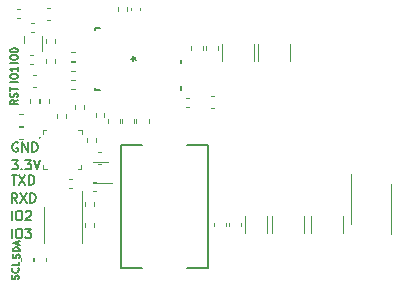
<source format=gbr>
%TF.GenerationSoftware,KiCad,Pcbnew,7.0.9*%
%TF.CreationDate,2024-04-04T22:54:04+08:00*%
%TF.ProjectId,power_module_v0.1,706f7765-725f-46d6-9f64-756c655f7630,rev?*%
%TF.SameCoordinates,Original*%
%TF.FileFunction,Legend,Top*%
%TF.FilePolarity,Positive*%
%FSLAX46Y46*%
G04 Gerber Fmt 4.6, Leading zero omitted, Abs format (unit mm)*
G04 Created by KiCad (PCBNEW 7.0.9) date 2024-04-04 22:54:04*
%MOMM*%
%LPD*%
G01*
G04 APERTURE LIST*
%ADD10C,0.200000*%
%ADD11C,0.150000*%
%ADD12C,0.120000*%
%ADD13C,0.152400*%
%ADD14C,0.100000*%
G04 APERTURE END LIST*
D10*
X117322054Y-108891695D02*
X117322054Y-108091695D01*
X117855387Y-108091695D02*
X118007768Y-108091695D01*
X118007768Y-108091695D02*
X118083958Y-108129790D01*
X118083958Y-108129790D02*
X118160149Y-108205980D01*
X118160149Y-108205980D02*
X118198244Y-108358361D01*
X118198244Y-108358361D02*
X118198244Y-108625028D01*
X118198244Y-108625028D02*
X118160149Y-108777409D01*
X118160149Y-108777409D02*
X118083958Y-108853600D01*
X118083958Y-108853600D02*
X118007768Y-108891695D01*
X118007768Y-108891695D02*
X117855387Y-108891695D01*
X117855387Y-108891695D02*
X117779196Y-108853600D01*
X117779196Y-108853600D02*
X117703006Y-108777409D01*
X117703006Y-108777409D02*
X117664910Y-108625028D01*
X117664910Y-108625028D02*
X117664910Y-108358361D01*
X117664910Y-108358361D02*
X117703006Y-108205980D01*
X117703006Y-108205980D02*
X117779196Y-108129790D01*
X117779196Y-108129790D02*
X117855387Y-108091695D01*
X118503005Y-108167885D02*
X118541101Y-108129790D01*
X118541101Y-108129790D02*
X118617291Y-108091695D01*
X118617291Y-108091695D02*
X118807767Y-108091695D01*
X118807767Y-108091695D02*
X118883958Y-108129790D01*
X118883958Y-108129790D02*
X118922053Y-108167885D01*
X118922053Y-108167885D02*
X118960148Y-108244076D01*
X118960148Y-108244076D02*
X118960148Y-108320266D01*
X118960148Y-108320266D02*
X118922053Y-108434552D01*
X118922053Y-108434552D02*
X118464910Y-108891695D01*
X118464910Y-108891695D02*
X118960148Y-108891695D01*
D11*
X117890200Y-113887030D02*
X117918771Y-113801316D01*
X117918771Y-113801316D02*
X117918771Y-113658458D01*
X117918771Y-113658458D02*
X117890200Y-113601316D01*
X117890200Y-113601316D02*
X117861628Y-113572744D01*
X117861628Y-113572744D02*
X117804485Y-113544173D01*
X117804485Y-113544173D02*
X117747342Y-113544173D01*
X117747342Y-113544173D02*
X117690200Y-113572744D01*
X117690200Y-113572744D02*
X117661628Y-113601316D01*
X117661628Y-113601316D02*
X117633057Y-113658458D01*
X117633057Y-113658458D02*
X117604485Y-113772744D01*
X117604485Y-113772744D02*
X117575914Y-113829887D01*
X117575914Y-113829887D02*
X117547342Y-113858458D01*
X117547342Y-113858458D02*
X117490200Y-113887030D01*
X117490200Y-113887030D02*
X117433057Y-113887030D01*
X117433057Y-113887030D02*
X117375914Y-113858458D01*
X117375914Y-113858458D02*
X117347342Y-113829887D01*
X117347342Y-113829887D02*
X117318771Y-113772744D01*
X117318771Y-113772744D02*
X117318771Y-113629887D01*
X117318771Y-113629887D02*
X117347342Y-113544173D01*
X117861628Y-112944172D02*
X117890200Y-112972744D01*
X117890200Y-112972744D02*
X117918771Y-113058458D01*
X117918771Y-113058458D02*
X117918771Y-113115601D01*
X117918771Y-113115601D02*
X117890200Y-113201315D01*
X117890200Y-113201315D02*
X117833057Y-113258458D01*
X117833057Y-113258458D02*
X117775914Y-113287029D01*
X117775914Y-113287029D02*
X117661628Y-113315601D01*
X117661628Y-113315601D02*
X117575914Y-113315601D01*
X117575914Y-113315601D02*
X117461628Y-113287029D01*
X117461628Y-113287029D02*
X117404485Y-113258458D01*
X117404485Y-113258458D02*
X117347342Y-113201315D01*
X117347342Y-113201315D02*
X117318771Y-113115601D01*
X117318771Y-113115601D02*
X117318771Y-113058458D01*
X117318771Y-113058458D02*
X117347342Y-112972744D01*
X117347342Y-112972744D02*
X117375914Y-112944172D01*
X117918771Y-112401315D02*
X117918771Y-112687029D01*
X117918771Y-112687029D02*
X117318771Y-112687029D01*
D10*
X117322054Y-110391695D02*
X117322054Y-109591695D01*
X117855387Y-109591695D02*
X118007768Y-109591695D01*
X118007768Y-109591695D02*
X118083958Y-109629790D01*
X118083958Y-109629790D02*
X118160149Y-109705980D01*
X118160149Y-109705980D02*
X118198244Y-109858361D01*
X118198244Y-109858361D02*
X118198244Y-110125028D01*
X118198244Y-110125028D02*
X118160149Y-110277409D01*
X118160149Y-110277409D02*
X118083958Y-110353600D01*
X118083958Y-110353600D02*
X118007768Y-110391695D01*
X118007768Y-110391695D02*
X117855387Y-110391695D01*
X117855387Y-110391695D02*
X117779196Y-110353600D01*
X117779196Y-110353600D02*
X117703006Y-110277409D01*
X117703006Y-110277409D02*
X117664910Y-110125028D01*
X117664910Y-110125028D02*
X117664910Y-109858361D01*
X117664910Y-109858361D02*
X117703006Y-109705980D01*
X117703006Y-109705980D02*
X117779196Y-109629790D01*
X117779196Y-109629790D02*
X117855387Y-109591695D01*
X118464910Y-109591695D02*
X118960148Y-109591695D01*
X118960148Y-109591695D02*
X118693482Y-109896457D01*
X118693482Y-109896457D02*
X118807767Y-109896457D01*
X118807767Y-109896457D02*
X118883958Y-109934552D01*
X118883958Y-109934552D02*
X118922053Y-109972647D01*
X118922053Y-109972647D02*
X118960148Y-110048838D01*
X118960148Y-110048838D02*
X118960148Y-110239314D01*
X118960148Y-110239314D02*
X118922053Y-110315504D01*
X118922053Y-110315504D02*
X118883958Y-110353600D01*
X118883958Y-110353600D02*
X118807767Y-110391695D01*
X118807767Y-110391695D02*
X118579196Y-110391695D01*
X118579196Y-110391695D02*
X118503005Y-110353600D01*
X118503005Y-110353600D02*
X118464910Y-110315504D01*
D11*
X117980200Y-112127610D02*
X118008771Y-112041896D01*
X118008771Y-112041896D02*
X118008771Y-111899038D01*
X118008771Y-111899038D02*
X117980200Y-111841896D01*
X117980200Y-111841896D02*
X117951628Y-111813324D01*
X117951628Y-111813324D02*
X117894485Y-111784753D01*
X117894485Y-111784753D02*
X117837342Y-111784753D01*
X117837342Y-111784753D02*
X117780200Y-111813324D01*
X117780200Y-111813324D02*
X117751628Y-111841896D01*
X117751628Y-111841896D02*
X117723057Y-111899038D01*
X117723057Y-111899038D02*
X117694485Y-112013324D01*
X117694485Y-112013324D02*
X117665914Y-112070467D01*
X117665914Y-112070467D02*
X117637342Y-112099038D01*
X117637342Y-112099038D02*
X117580200Y-112127610D01*
X117580200Y-112127610D02*
X117523057Y-112127610D01*
X117523057Y-112127610D02*
X117465914Y-112099038D01*
X117465914Y-112099038D02*
X117437342Y-112070467D01*
X117437342Y-112070467D02*
X117408771Y-112013324D01*
X117408771Y-112013324D02*
X117408771Y-111870467D01*
X117408771Y-111870467D02*
X117437342Y-111784753D01*
X118008771Y-111527609D02*
X117408771Y-111527609D01*
X117408771Y-111527609D02*
X117408771Y-111384752D01*
X117408771Y-111384752D02*
X117437342Y-111299038D01*
X117437342Y-111299038D02*
X117494485Y-111241895D01*
X117494485Y-111241895D02*
X117551628Y-111213324D01*
X117551628Y-111213324D02*
X117665914Y-111184752D01*
X117665914Y-111184752D02*
X117751628Y-111184752D01*
X117751628Y-111184752D02*
X117865914Y-111213324D01*
X117865914Y-111213324D02*
X117923057Y-111241895D01*
X117923057Y-111241895D02*
X117980200Y-111299038D01*
X117980200Y-111299038D02*
X118008771Y-111384752D01*
X118008771Y-111384752D02*
X118008771Y-111527609D01*
X117837342Y-110956181D02*
X117837342Y-110670467D01*
X118008771Y-111013324D02*
X117408771Y-110813324D01*
X117408771Y-110813324D02*
X118008771Y-110613324D01*
X117818771Y-97158458D02*
X117218771Y-97158458D01*
X117218771Y-96758459D02*
X117218771Y-96644173D01*
X117218771Y-96644173D02*
X117247342Y-96587030D01*
X117247342Y-96587030D02*
X117304485Y-96529887D01*
X117304485Y-96529887D02*
X117418771Y-96501316D01*
X117418771Y-96501316D02*
X117618771Y-96501316D01*
X117618771Y-96501316D02*
X117733057Y-96529887D01*
X117733057Y-96529887D02*
X117790200Y-96587030D01*
X117790200Y-96587030D02*
X117818771Y-96644173D01*
X117818771Y-96644173D02*
X117818771Y-96758459D01*
X117818771Y-96758459D02*
X117790200Y-96815602D01*
X117790200Y-96815602D02*
X117733057Y-96872744D01*
X117733057Y-96872744D02*
X117618771Y-96901316D01*
X117618771Y-96901316D02*
X117418771Y-96901316D01*
X117418771Y-96901316D02*
X117304485Y-96872744D01*
X117304485Y-96872744D02*
X117247342Y-96815602D01*
X117247342Y-96815602D02*
X117218771Y-96758459D01*
X117818771Y-95929888D02*
X117818771Y-96272745D01*
X117818771Y-96101316D02*
X117218771Y-96101316D01*
X117218771Y-96101316D02*
X117304485Y-96158459D01*
X117304485Y-96158459D02*
X117361628Y-96215602D01*
X117361628Y-96215602D02*
X117390200Y-96272745D01*
X117818771Y-98715601D02*
X117533057Y-98915601D01*
X117818771Y-99058458D02*
X117218771Y-99058458D01*
X117218771Y-99058458D02*
X117218771Y-98829887D01*
X117218771Y-98829887D02*
X117247342Y-98772744D01*
X117247342Y-98772744D02*
X117275914Y-98744173D01*
X117275914Y-98744173D02*
X117333057Y-98715601D01*
X117333057Y-98715601D02*
X117418771Y-98715601D01*
X117418771Y-98715601D02*
X117475914Y-98744173D01*
X117475914Y-98744173D02*
X117504485Y-98772744D01*
X117504485Y-98772744D02*
X117533057Y-98829887D01*
X117533057Y-98829887D02*
X117533057Y-99058458D01*
X117790200Y-98487030D02*
X117818771Y-98401316D01*
X117818771Y-98401316D02*
X117818771Y-98258458D01*
X117818771Y-98258458D02*
X117790200Y-98201316D01*
X117790200Y-98201316D02*
X117761628Y-98172744D01*
X117761628Y-98172744D02*
X117704485Y-98144173D01*
X117704485Y-98144173D02*
X117647342Y-98144173D01*
X117647342Y-98144173D02*
X117590200Y-98172744D01*
X117590200Y-98172744D02*
X117561628Y-98201316D01*
X117561628Y-98201316D02*
X117533057Y-98258458D01*
X117533057Y-98258458D02*
X117504485Y-98372744D01*
X117504485Y-98372744D02*
X117475914Y-98429887D01*
X117475914Y-98429887D02*
X117447342Y-98458458D01*
X117447342Y-98458458D02*
X117390200Y-98487030D01*
X117390200Y-98487030D02*
X117333057Y-98487030D01*
X117333057Y-98487030D02*
X117275914Y-98458458D01*
X117275914Y-98458458D02*
X117247342Y-98429887D01*
X117247342Y-98429887D02*
X117218771Y-98372744D01*
X117218771Y-98372744D02*
X117218771Y-98229887D01*
X117218771Y-98229887D02*
X117247342Y-98144173D01*
X117218771Y-97972744D02*
X117218771Y-97629887D01*
X117818771Y-97801315D02*
X117218771Y-97801315D01*
X117818771Y-95558458D02*
X117218771Y-95558458D01*
X117218771Y-95158459D02*
X117218771Y-95044173D01*
X117218771Y-95044173D02*
X117247342Y-94987030D01*
X117247342Y-94987030D02*
X117304485Y-94929887D01*
X117304485Y-94929887D02*
X117418771Y-94901316D01*
X117418771Y-94901316D02*
X117618771Y-94901316D01*
X117618771Y-94901316D02*
X117733057Y-94929887D01*
X117733057Y-94929887D02*
X117790200Y-94987030D01*
X117790200Y-94987030D02*
X117818771Y-95044173D01*
X117818771Y-95044173D02*
X117818771Y-95158459D01*
X117818771Y-95158459D02*
X117790200Y-95215602D01*
X117790200Y-95215602D02*
X117733057Y-95272744D01*
X117733057Y-95272744D02*
X117618771Y-95301316D01*
X117618771Y-95301316D02*
X117418771Y-95301316D01*
X117418771Y-95301316D02*
X117304485Y-95272744D01*
X117304485Y-95272744D02*
X117247342Y-95215602D01*
X117247342Y-95215602D02*
X117218771Y-95158459D01*
X117218771Y-94529888D02*
X117218771Y-94472745D01*
X117218771Y-94472745D02*
X117247342Y-94415602D01*
X117247342Y-94415602D02*
X117275914Y-94387031D01*
X117275914Y-94387031D02*
X117333057Y-94358459D01*
X117333057Y-94358459D02*
X117447342Y-94329888D01*
X117447342Y-94329888D02*
X117590200Y-94329888D01*
X117590200Y-94329888D02*
X117704485Y-94358459D01*
X117704485Y-94358459D02*
X117761628Y-94387031D01*
X117761628Y-94387031D02*
X117790200Y-94415602D01*
X117790200Y-94415602D02*
X117818771Y-94472745D01*
X117818771Y-94472745D02*
X117818771Y-94529888D01*
X117818771Y-94529888D02*
X117790200Y-94587031D01*
X117790200Y-94587031D02*
X117761628Y-94615602D01*
X117761628Y-94615602D02*
X117704485Y-94644173D01*
X117704485Y-94644173D02*
X117590200Y-94672745D01*
X117590200Y-94672745D02*
X117447342Y-94672745D01*
X117447342Y-94672745D02*
X117333057Y-94644173D01*
X117333057Y-94644173D02*
X117275914Y-94615602D01*
X117275914Y-94615602D02*
X117247342Y-94587031D01*
X117247342Y-94587031D02*
X117218771Y-94529888D01*
D10*
X117841101Y-102329790D02*
X117764911Y-102291695D01*
X117764911Y-102291695D02*
X117650625Y-102291695D01*
X117650625Y-102291695D02*
X117536339Y-102329790D01*
X117536339Y-102329790D02*
X117460149Y-102405980D01*
X117460149Y-102405980D02*
X117422054Y-102482171D01*
X117422054Y-102482171D02*
X117383958Y-102634552D01*
X117383958Y-102634552D02*
X117383958Y-102748838D01*
X117383958Y-102748838D02*
X117422054Y-102901219D01*
X117422054Y-102901219D02*
X117460149Y-102977409D01*
X117460149Y-102977409D02*
X117536339Y-103053600D01*
X117536339Y-103053600D02*
X117650625Y-103091695D01*
X117650625Y-103091695D02*
X117726816Y-103091695D01*
X117726816Y-103091695D02*
X117841101Y-103053600D01*
X117841101Y-103053600D02*
X117879197Y-103015504D01*
X117879197Y-103015504D02*
X117879197Y-102748838D01*
X117879197Y-102748838D02*
X117726816Y-102748838D01*
X118222054Y-103091695D02*
X118222054Y-102291695D01*
X118222054Y-102291695D02*
X118679197Y-103091695D01*
X118679197Y-103091695D02*
X118679197Y-102291695D01*
X119060149Y-103091695D02*
X119060149Y-102291695D01*
X119060149Y-102291695D02*
X119250625Y-102291695D01*
X119250625Y-102291695D02*
X119364911Y-102329790D01*
X119364911Y-102329790D02*
X119441101Y-102405980D01*
X119441101Y-102405980D02*
X119479196Y-102482171D01*
X119479196Y-102482171D02*
X119517292Y-102634552D01*
X119517292Y-102634552D02*
X119517292Y-102748838D01*
X119517292Y-102748838D02*
X119479196Y-102901219D01*
X119479196Y-102901219D02*
X119441101Y-102977409D01*
X119441101Y-102977409D02*
X119364911Y-103053600D01*
X119364911Y-103053600D02*
X119250625Y-103091695D01*
X119250625Y-103091695D02*
X119060149Y-103091695D01*
X117779197Y-107391695D02*
X117512530Y-107010742D01*
X117322054Y-107391695D02*
X117322054Y-106591695D01*
X117322054Y-106591695D02*
X117626816Y-106591695D01*
X117626816Y-106591695D02*
X117703006Y-106629790D01*
X117703006Y-106629790D02*
X117741101Y-106667885D01*
X117741101Y-106667885D02*
X117779197Y-106744076D01*
X117779197Y-106744076D02*
X117779197Y-106858361D01*
X117779197Y-106858361D02*
X117741101Y-106934552D01*
X117741101Y-106934552D02*
X117703006Y-106972647D01*
X117703006Y-106972647D02*
X117626816Y-107010742D01*
X117626816Y-107010742D02*
X117322054Y-107010742D01*
X118045863Y-106591695D02*
X118579197Y-107391695D01*
X118579197Y-106591695D02*
X118045863Y-107391695D01*
X118883959Y-107391695D02*
X118883959Y-106591695D01*
X118883959Y-106591695D02*
X119074435Y-106591695D01*
X119074435Y-106591695D02*
X119188721Y-106629790D01*
X119188721Y-106629790D02*
X119264911Y-106705980D01*
X119264911Y-106705980D02*
X119303006Y-106782171D01*
X119303006Y-106782171D02*
X119341102Y-106934552D01*
X119341102Y-106934552D02*
X119341102Y-107048838D01*
X119341102Y-107048838D02*
X119303006Y-107201219D01*
X119303006Y-107201219D02*
X119264911Y-107277409D01*
X119264911Y-107277409D02*
X119188721Y-107353600D01*
X119188721Y-107353600D02*
X119074435Y-107391695D01*
X119074435Y-107391695D02*
X118883959Y-107391695D01*
X117307768Y-105091695D02*
X117764911Y-105091695D01*
X117536339Y-105891695D02*
X117536339Y-105091695D01*
X117955387Y-105091695D02*
X118488721Y-105891695D01*
X118488721Y-105091695D02*
X117955387Y-105891695D01*
X118793483Y-105891695D02*
X118793483Y-105091695D01*
X118793483Y-105091695D02*
X118983959Y-105091695D01*
X118983959Y-105091695D02*
X119098245Y-105129790D01*
X119098245Y-105129790D02*
X119174435Y-105205980D01*
X119174435Y-105205980D02*
X119212530Y-105282171D01*
X119212530Y-105282171D02*
X119250626Y-105434552D01*
X119250626Y-105434552D02*
X119250626Y-105548838D01*
X119250626Y-105548838D02*
X119212530Y-105701219D01*
X119212530Y-105701219D02*
X119174435Y-105777409D01*
X119174435Y-105777409D02*
X119098245Y-105853600D01*
X119098245Y-105853600D02*
X118983959Y-105891695D01*
X118983959Y-105891695D02*
X118793483Y-105891695D01*
X117345863Y-103791695D02*
X117841101Y-103791695D01*
X117841101Y-103791695D02*
X117574435Y-104096457D01*
X117574435Y-104096457D02*
X117688720Y-104096457D01*
X117688720Y-104096457D02*
X117764911Y-104134552D01*
X117764911Y-104134552D02*
X117803006Y-104172647D01*
X117803006Y-104172647D02*
X117841101Y-104248838D01*
X117841101Y-104248838D02*
X117841101Y-104439314D01*
X117841101Y-104439314D02*
X117803006Y-104515504D01*
X117803006Y-104515504D02*
X117764911Y-104553600D01*
X117764911Y-104553600D02*
X117688720Y-104591695D01*
X117688720Y-104591695D02*
X117460149Y-104591695D01*
X117460149Y-104591695D02*
X117383958Y-104553600D01*
X117383958Y-104553600D02*
X117345863Y-104515504D01*
X118183959Y-104515504D02*
X118222054Y-104553600D01*
X118222054Y-104553600D02*
X118183959Y-104591695D01*
X118183959Y-104591695D02*
X118145863Y-104553600D01*
X118145863Y-104553600D02*
X118183959Y-104515504D01*
X118183959Y-104515504D02*
X118183959Y-104591695D01*
X118488720Y-103791695D02*
X118983958Y-103791695D01*
X118983958Y-103791695D02*
X118717292Y-104096457D01*
X118717292Y-104096457D02*
X118831577Y-104096457D01*
X118831577Y-104096457D02*
X118907768Y-104134552D01*
X118907768Y-104134552D02*
X118945863Y-104172647D01*
X118945863Y-104172647D02*
X118983958Y-104248838D01*
X118983958Y-104248838D02*
X118983958Y-104439314D01*
X118983958Y-104439314D02*
X118945863Y-104515504D01*
X118945863Y-104515504D02*
X118907768Y-104553600D01*
X118907768Y-104553600D02*
X118831577Y-104591695D01*
X118831577Y-104591695D02*
X118603006Y-104591695D01*
X118603006Y-104591695D02*
X118526815Y-104553600D01*
X118526815Y-104553600D02*
X118488720Y-104515504D01*
X119212530Y-103791695D02*
X119479197Y-104591695D01*
X119479197Y-104591695D02*
X119745863Y-103791695D01*
D11*
X127454819Y-95199999D02*
X127692914Y-95199999D01*
X127597676Y-95438094D02*
X127692914Y-95199999D01*
X127692914Y-95199999D02*
X127597676Y-94961904D01*
X127883390Y-95342856D02*
X127692914Y-95199999D01*
X127692914Y-95199999D02*
X127883390Y-95057142D01*
D12*
%TO.C,C8*%
X118007836Y-91040000D02*
X117792164Y-91040000D01*
X118007836Y-91760000D02*
X117792164Y-91760000D01*
%TO.C,R6*%
X127080000Y-90846359D02*
X127080000Y-91153641D01*
X126320000Y-90846359D02*
X126320000Y-91153641D01*
%TO.C,C21*%
X134159420Y-98390000D02*
X134440580Y-98390000D01*
X134159420Y-99410000D02*
X134440580Y-99410000D01*
%TO.C,R12*%
X120980000Y-93546359D02*
X120980000Y-93853641D01*
X120220000Y-93546359D02*
X120220000Y-93853641D01*
D10*
%TO.C,L1*%
X133950000Y-102550000D02*
X133950000Y-112950000D01*
X133550000Y-102550000D02*
X133950000Y-102550000D01*
X132150000Y-102550000D02*
X133550000Y-102550000D01*
X126550000Y-102550000D02*
X128350000Y-102550000D01*
X133950000Y-112950000D02*
X132150000Y-112950000D01*
X128350000Y-112950000D02*
X126550000Y-112950000D01*
X126550000Y-112950000D02*
X126550000Y-102550000D01*
D12*
%TO.C,C16*%
X133510000Y-94159420D02*
X133510000Y-94440580D01*
X132490000Y-94159420D02*
X132490000Y-94440580D01*
%TO.C,R7*%
X124420000Y-100153641D02*
X124420000Y-99846359D01*
X125180000Y-100153641D02*
X125180000Y-99846359D01*
%TO.C,C22*%
X118240580Y-102010000D02*
X117959420Y-102010000D01*
X118240580Y-100990000D02*
X117959420Y-100990000D01*
%TO.C,C14*%
X137860000Y-93988748D02*
X137860000Y-95411252D01*
X135140000Y-93988748D02*
X135140000Y-95411252D01*
%TO.C,C7*%
X120309420Y-90890000D02*
X120590580Y-90890000D01*
X120309420Y-91910000D02*
X120590580Y-91910000D01*
%TO.C,R5*%
X122346359Y-94620000D02*
X122653641Y-94620000D01*
X122346359Y-95380000D02*
X122653641Y-95380000D01*
%TO.C,C23*%
X119110000Y-112059420D02*
X119110000Y-112340580D01*
X118090000Y-112059420D02*
X118090000Y-112340580D01*
%TO.C,C10*%
X139390000Y-109961252D02*
X139390000Y-108538748D01*
X142110000Y-109961252D02*
X142110000Y-108538748D01*
%TO.C,U3*%
X123310000Y-109300000D02*
X123310000Y-106375000D01*
X123310000Y-109300000D02*
X123310000Y-110800000D01*
X120090000Y-109300000D02*
X120090000Y-107800000D01*
X120090000Y-109300000D02*
X120090000Y-110800000D01*
%TO.C,Q1*%
X125850000Y-105750000D02*
X124200000Y-105750000D01*
X124200000Y-103950000D02*
X125500000Y-103950000D01*
%TO.C,R17*%
X123520000Y-107653641D02*
X123520000Y-107346359D01*
X124280000Y-107653641D02*
X124280000Y-107346359D01*
%TO.C,R15*%
X122720000Y-99453641D02*
X122720000Y-99146359D01*
X123480000Y-99453641D02*
X123480000Y-99146359D01*
%TO.C,C1*%
X120480000Y-98656359D02*
X120480000Y-98963641D01*
X119720000Y-98656359D02*
X119720000Y-98963641D01*
%TO.C,C6*%
X137090000Y-109961252D02*
X137090000Y-108538748D01*
X138910000Y-109961252D02*
X138910000Y-108538748D01*
%TO.C,C13*%
X140860000Y-93988748D02*
X140860000Y-95411252D01*
X138140000Y-93988748D02*
X138140000Y-95411252D01*
%TO.C,R9*%
X146050000Y-105000000D02*
X146050000Y-109170000D01*
X149450000Y-105830000D02*
X149450000Y-110030000D01*
%TO.C,C11*%
X118240580Y-100910000D02*
X117959420Y-100910000D01*
X118240580Y-99890000D02*
X117959420Y-99890000D01*
%TO.C,C3*%
X125490000Y-100640580D02*
X125490000Y-100359420D01*
X126510000Y-100640580D02*
X126510000Y-100359420D01*
%TO.C,R18*%
X123520000Y-109453641D02*
X123520000Y-109146359D01*
X124280000Y-109453641D02*
X124280000Y-109146359D01*
%TO.C,C15*%
X134760000Y-94159420D02*
X134760000Y-94440580D01*
X133740000Y-94159420D02*
X133740000Y-94440580D01*
%TO.C,C12*%
X142640000Y-109961252D02*
X142640000Y-108538748D01*
X145360000Y-109961252D02*
X145360000Y-108538748D01*
%TO.C,R3*%
X122346359Y-97020000D02*
X122653641Y-97020000D01*
X122346359Y-97780000D02*
X122653641Y-97780000D01*
%TO.C,R1*%
X118840000Y-98953641D02*
X118840000Y-98646359D01*
X119600000Y-98953641D02*
X119600000Y-98646359D01*
%TO.C,R16*%
X124480000Y-101946359D02*
X124480000Y-102253641D01*
X123720000Y-101946359D02*
X123720000Y-102253641D01*
%TO.C,R10*%
X122146359Y-105370000D02*
X122453641Y-105370000D01*
X122146359Y-106130000D02*
X122453641Y-106130000D01*
%TO.C,C5*%
X134490000Y-109390580D02*
X134490000Y-109109420D01*
X135510000Y-109390580D02*
X135510000Y-109109420D01*
%TO.C,C20*%
X119134420Y-96590000D02*
X119415580Y-96590000D01*
X119134420Y-97610000D02*
X119415580Y-97610000D01*
%TO.C,C9*%
X135740000Y-109390580D02*
X135740000Y-109109420D01*
X136760000Y-109390580D02*
X136760000Y-109109420D01*
D13*
%TO.C,U2*%
X124367800Y-92571100D02*
X124819920Y-92571100D01*
X124367800Y-92741280D02*
X124367800Y-92571100D01*
X131632200Y-95316840D02*
X131632200Y-95614020D01*
X131632200Y-97486000D02*
X131632200Y-97828900D01*
X124819920Y-97828900D02*
X124367800Y-97828900D01*
X124367800Y-97828900D02*
X124367800Y-97658720D01*
D12*
%TO.C,C19*%
X118846359Y-94920000D02*
X119153641Y-94920000D01*
X118846359Y-95680000D02*
X119153641Y-95680000D01*
%TO.C,C2*%
X127890000Y-100640580D02*
X127890000Y-100359420D01*
X128910000Y-100640580D02*
X128910000Y-100359420D01*
%TO.C,C18*%
X127710000Y-100359420D02*
X127710000Y-100640580D01*
X126690000Y-100359420D02*
X126690000Y-100640580D01*
%TO.C,R13*%
X120220000Y-95553641D02*
X120220000Y-95246359D01*
X120980000Y-95553641D02*
X120980000Y-95246359D01*
%TO.C,R8*%
X124196359Y-105620000D02*
X124503641Y-105620000D01*
X124196359Y-106380000D02*
X124503641Y-106380000D01*
%TO.C,C17*%
X124634420Y-103090000D02*
X124915580Y-103090000D01*
X124634420Y-104110000D02*
X124915580Y-104110000D01*
%TO.C,C4*%
X128160000Y-90892164D02*
X128160000Y-91107836D01*
X127440000Y-90892164D02*
X127440000Y-91107836D01*
%TO.C,U4*%
X119850000Y-94600000D02*
X119850000Y-93250000D01*
X118400000Y-93900000D02*
X118400000Y-93250000D01*
%TO.C,R14*%
X132046359Y-98520000D02*
X132353641Y-98520000D01*
X132046359Y-99280000D02*
X132353641Y-99280000D01*
%TO.C,R2*%
X121880000Y-99896359D02*
X121880000Y-100203641D01*
X121120000Y-99896359D02*
X121120000Y-100203641D01*
%TO.C,R4*%
X122346359Y-95520000D02*
X122653641Y-95520000D01*
X122346359Y-96280000D02*
X122653641Y-96280000D01*
%TO.C,R11*%
X119253641Y-92980000D02*
X118946359Y-92980000D01*
X119253641Y-92220000D02*
X118946359Y-92220000D01*
%TO.C,C24*%
X120210000Y-112059420D02*
X120210000Y-112340580D01*
X119190000Y-112059420D02*
X119190000Y-112340580D01*
D14*
%TO.C,U1*%
X119980000Y-101280000D02*
X120270000Y-101280000D01*
X119980000Y-101610000D02*
X119980000Y-101280000D01*
X119980000Y-104520000D02*
X119980000Y-104230000D01*
X120310000Y-104520000D02*
X119980000Y-104520000D01*
X122910000Y-101270000D02*
X123240000Y-101270000D01*
X123220000Y-104200000D02*
X123220000Y-104530000D01*
X123220000Y-104530000D02*
X122930000Y-104530000D01*
X123240000Y-101270000D02*
X123240000Y-101560000D01*
X119764031Y-101900000D02*
G75*
G03*
X119764031Y-101900000I-64031J0D01*
G01*
%TD*%
M02*

</source>
